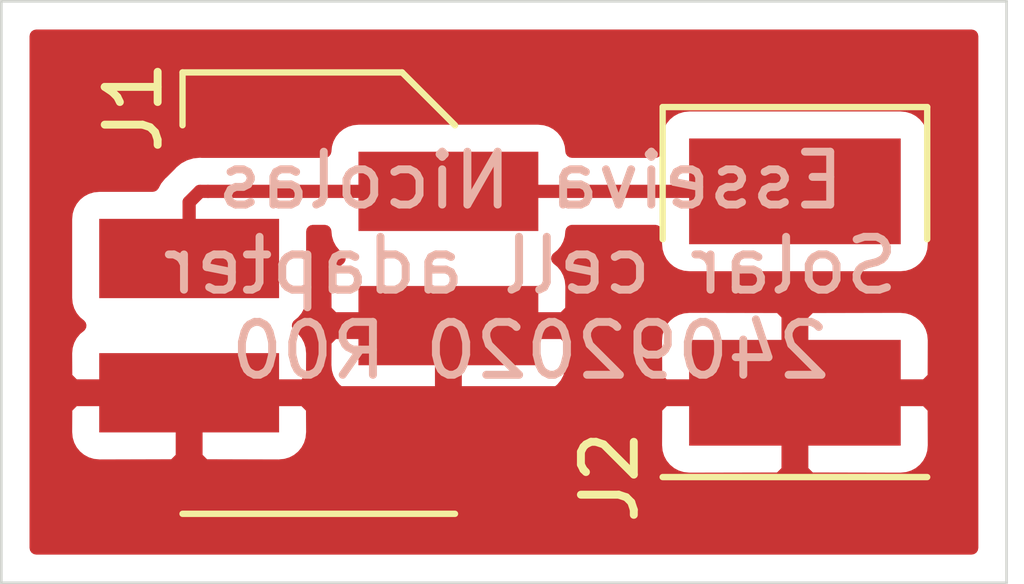
<source format=kicad_pcb>
(kicad_pcb (version 20171130) (host pcbnew "(5.1.6)-1")

  (general
    (thickness 1.6)
    (drawings 5)
    (tracks 9)
    (zones 0)
    (modules 2)
    (nets 3)
  )

  (page A4)
  (layers
    (0 F.Cu signal)
    (31 B.Cu signal)
    (32 B.Adhes user)
    (33 F.Adhes user)
    (34 B.Paste user)
    (35 F.Paste user)
    (36 B.SilkS user)
    (37 F.SilkS user)
    (38 B.Mask user)
    (39 F.Mask user)
    (40 Dwgs.User user)
    (41 Cmts.User user)
    (42 Eco1.User user)
    (43 Eco2.User user)
    (44 Edge.Cuts user)
    (45 Margin user)
    (46 B.CrtYd user)
    (47 F.CrtYd user)
    (48 B.Fab user)
    (49 F.Fab user)
  )

  (setup
    (last_trace_width 0.25)
    (trace_clearance 0.2)
    (zone_clearance 0.508)
    (zone_45_only no)
    (trace_min 0.2)
    (via_size 0.8)
    (via_drill 0.4)
    (via_min_size 0.4)
    (via_min_drill 0.3)
    (uvia_size 0.3)
    (uvia_drill 0.1)
    (uvias_allowed no)
    (uvia_min_size 0.2)
    (uvia_min_drill 0.1)
    (edge_width 0.05)
    (segment_width 0.2)
    (pcb_text_width 0.3)
    (pcb_text_size 1.5 1.5)
    (mod_edge_width 0.12)
    (mod_text_size 1 1)
    (mod_text_width 0.15)
    (pad_size 1.524 1.524)
    (pad_drill 0.762)
    (pad_to_mask_clearance 0.05)
    (aux_axis_origin 0 0)
    (visible_elements 7FFFFFFF)
    (pcbplotparams
      (layerselection 0x011f0_ffffffff)
      (usegerberextensions false)
      (usegerberattributes true)
      (usegerberadvancedattributes true)
      (creategerberjobfile true)
      (excludeedgelayer false)
      (linewidth 0.100000)
      (plotframeref true)
      (viasonmask false)
      (mode 1)
      (useauxorigin false)
      (hpglpennumber 1)
      (hpglpenspeed 20)
      (hpglpendiameter 15.000000)
      (psnegative false)
      (psa4output false)
      (plotreference true)
      (plotvalue true)
      (plotinvisibletext false)
      (padsonsilk false)
      (subtractmaskfromsilk false)
      (outputformat 4)
      (mirror false)
      (drillshape 0)
      (scaleselection 1)
      (outputdirectory "../Fabrication/PDF"))
  )

  (net 0 "")
  (net 1 /GND)
  (net 2 /V+)

  (net_class Default "This is the default net class."
    (clearance 0.2)
    (trace_width 0.25)
    (via_dia 0.8)
    (via_drill 0.4)
    (uvia_dia 0.3)
    (uvia_drill 0.1)
    (add_net /GND)
    (add_net /V+)
  )

  (module EsseivaN_Lib:MicroMatch_4P_Female (layer F.Cu) (tedit 5F61F496) (tstamp 5F6BE19E)
    (at 139 93.5 270)
    (path /5F6C9F0B)
    (fp_text reference J1 (at -3.5 3.5 90) (layer F.SilkS)
      (effects (font (size 1 1) (thickness 0.15)))
    )
    (fp_text value Out (at -0.705 -5.15 90) (layer F.Fab)
      (effects (font (size 1 1) (thickness 0.15)))
    )
    (fp_line (start 4.195 -2.575) (end 4.195 2.575) (layer F.SilkS) (width 0.12))
    (fp_line (start -4.155 -1.575) (end -3.155 -2.575) (layer F.SilkS) (width 0.12))
    (fp_line (start -4.155 2.575) (end -3.155 2.575) (layer F.SilkS) (width 0.12))
    (fp_line (start -4.155 -1.575) (end -4.155 2.575) (layer F.SilkS) (width 0.12))
    (pad 4 smd rect (at 1.905 2.45 90) (size 1.5 3.4) (layers F.Cu F.Paste F.Mask)
      (net 1 /GND))
    (pad 2 smd rect (at -0.635 2.45 90) (size 1.5 3.4) (layers F.Cu F.Paste F.Mask)
      (net 2 /V+))
    (pad 3 smd rect (at 0.635 -2.45 90) (size 1.5 3.4) (layers F.Cu F.Paste F.Mask)
      (net 1 /GND))
    (pad 1 smd rect (at -1.905 -2.45 90) (size 1.5 3.4) (layers F.Cu F.Paste F.Mask)
      (net 2 /V+))
    (model C:/Workspace/3D/Cad/MicroMatch/c-7-188275-4-u-3d.stp
      (offset (xyz 0 0 5.1))
      (scale (xyz 1 1 1))
      (rotate (xyz 0 0 0))
    )
  )

  (module EsseivaN_Lib:WirePad_02 (layer F.Cu) (tedit 5F6BD292) (tstamp 5F6BE91D)
    (at 148 93.5 270)
    (path /5F6BCE8E)
    (fp_text reference J2 (at 3.5 3.5 90) (layer F.SilkS)
      (effects (font (size 1 1) (thickness 0.15)))
    )
    (fp_text value "Solar cell" (at 0 -3.5 90) (layer F.Fab)
      (effects (font (size 1 1) (thickness 0.15)))
    )
    (fp_line (start 3.5 -2.5) (end 3.5 2.5) (layer F.SilkS) (width 0.12))
    (fp_line (start -3.5 -2.5) (end -3.5 2.5) (layer F.SilkS) (width 0.12))
    (fp_line (start -3.5 2.5) (end -1 2.5) (layer F.SilkS) (width 0.12))
    (fp_line (start -3.5 -2.5) (end -1 -2.5) (layer F.SilkS) (width 0.12))
    (pad 2 connect rect (at 1.905 0 270) (size 2 4) (layers F.Cu F.Mask)
      (net 1 /GND))
    (pad 1 connect rect (at -1.905 0 270) (size 2 4) (layers F.Cu F.Mask)
      (net 2 /V+))
  )

  (gr_text "Esseiva Nicolas\nSolar cell adapter\n24092020 R00" (at 143 93) (layer B.SilkS)
    (effects (font (size 1 1) (thickness 0.15)) (justify mirror))
  )
  (gr_line (start 133 99) (end 133 88) (layer Edge.Cuts) (width 0.05))
  (gr_line (start 152 99) (end 133 99) (layer Edge.Cuts) (width 0.05) (tstamp 5F6BE969))
  (gr_line (start 152 88) (end 152 99) (layer Edge.Cuts) (width 0.05))
  (gr_line (start 133 88) (end 152 88) (layer Edge.Cuts) (width 0.05))

  (segment (start 141.45 94.135) (end 141.45 95.4) (width 0.25) (layer F.Cu) (net 1) (status 10))
  (segment (start 141.45 95.4) (end 141.445 95.405) (width 0.25) (layer F.Cu) (net 1))
  (segment (start 136.55 95.405) (end 141.445 95.405) (width 0.25) (layer F.Cu) (net 1) (status 10))
  (segment (start 141.445 95.405) (end 148 95.405) (width 0.25) (layer F.Cu) (net 1) (status 20))
  (segment (start 136.905 91.595) (end 141.45 91.595) (width 0.25) (layer F.Cu) (net 2) (status 20))
  (segment (start 136.55 92.865) (end 136.55 91.8) (width 0.25) (layer F.Cu) (net 2) (status 10))
  (segment (start 136.755 91.595) (end 136.905 91.595) (width 0.25) (layer F.Cu) (net 2))
  (segment (start 136.55 91.8) (end 136.755 91.595) (width 0.25) (layer F.Cu) (net 2))
  (segment (start 141.45 91.595) (end 148 91.595) (width 0.25) (layer F.Cu) (net 2) (status 30))

  (zone (net 1) (net_name /GND) (layer F.Cu) (tstamp 5F85CB3E) (hatch edge 0.508)
    (connect_pads (clearance 0.508))
    (min_thickness 0.254)
    (fill yes (arc_segments 32) (thermal_gap 0.508) (thermal_bridge_width 0.508))
    (polygon
      (pts
        (xy 152 99) (xy 133 99) (xy 133 88) (xy 152 88)
      )
    )
    (filled_polygon
      (pts
        (xy 151.340001 98.34) (xy 133.66 98.34) (xy 133.66 96.155) (xy 134.211928 96.155) (xy 134.224188 96.279482)
        (xy 134.260498 96.39918) (xy 134.319463 96.509494) (xy 134.398815 96.606185) (xy 134.495506 96.685537) (xy 134.60582 96.744502)
        (xy 134.725518 96.780812) (xy 134.85 96.793072) (xy 136.26425 96.79) (xy 136.423 96.63125) (xy 136.423 95.532)
        (xy 136.677 95.532) (xy 136.677 96.63125) (xy 136.83575 96.79) (xy 138.25 96.793072) (xy 138.374482 96.780812)
        (xy 138.49418 96.744502) (xy 138.604494 96.685537) (xy 138.701185 96.606185) (xy 138.780537 96.509494) (xy 138.836391 96.405)
        (xy 145.361928 96.405) (xy 145.374188 96.529482) (xy 145.410498 96.64918) (xy 145.469463 96.759494) (xy 145.548815 96.856185)
        (xy 145.645506 96.935537) (xy 145.75582 96.994502) (xy 145.875518 97.030812) (xy 146 97.043072) (xy 147.71425 97.04)
        (xy 147.873 96.88125) (xy 147.873 95.532) (xy 148.127 95.532) (xy 148.127 96.88125) (xy 148.28575 97.04)
        (xy 150 97.043072) (xy 150.124482 97.030812) (xy 150.24418 96.994502) (xy 150.354494 96.935537) (xy 150.451185 96.856185)
        (xy 150.530537 96.759494) (xy 150.589502 96.64918) (xy 150.625812 96.529482) (xy 150.638072 96.405) (xy 150.635 95.69075)
        (xy 150.47625 95.532) (xy 148.127 95.532) (xy 147.873 95.532) (xy 145.52375 95.532) (xy 145.365 95.69075)
        (xy 145.361928 96.405) (xy 138.836391 96.405) (xy 138.839502 96.39918) (xy 138.875812 96.279482) (xy 138.888072 96.155)
        (xy 138.885 95.69075) (xy 138.72625 95.532) (xy 136.677 95.532) (xy 136.423 95.532) (xy 134.37375 95.532)
        (xy 134.215 95.69075) (xy 134.211928 96.155) (xy 133.66 96.155) (xy 133.66 92.115) (xy 134.211928 92.115)
        (xy 134.211928 93.615) (xy 134.224188 93.739482) (xy 134.260498 93.85918) (xy 134.319463 93.969494) (xy 134.398815 94.066185)
        (xy 134.482667 94.135) (xy 134.398815 94.203815) (xy 134.319463 94.300506) (xy 134.260498 94.41082) (xy 134.224188 94.530518)
        (xy 134.211928 94.655) (xy 134.215 95.11925) (xy 134.37375 95.278) (xy 136.423 95.278) (xy 136.423 95.258)
        (xy 136.677 95.258) (xy 136.677 95.278) (xy 138.72625 95.278) (xy 138.885 95.11925) (xy 138.88655 94.885)
        (xy 139.111928 94.885) (xy 139.124188 95.009482) (xy 139.160498 95.12918) (xy 139.219463 95.239494) (xy 139.298815 95.336185)
        (xy 139.395506 95.415537) (xy 139.50582 95.474502) (xy 139.625518 95.510812) (xy 139.75 95.523072) (xy 141.16425 95.52)
        (xy 141.323 95.36125) (xy 141.323 94.262) (xy 141.577 94.262) (xy 141.577 95.36125) (xy 141.73575 95.52)
        (xy 143.15 95.523072) (xy 143.274482 95.510812) (xy 143.39418 95.474502) (xy 143.504494 95.415537) (xy 143.601185 95.336185)
        (xy 143.680537 95.239494) (xy 143.739502 95.12918) (xy 143.775812 95.009482) (xy 143.788072 94.885) (xy 143.785 94.42075)
        (xy 143.76925 94.405) (xy 145.361928 94.405) (xy 145.365 95.11925) (xy 145.52375 95.278) (xy 147.873 95.278)
        (xy 147.873 93.92875) (xy 148.127 93.92875) (xy 148.127 95.278) (xy 150.47625 95.278) (xy 150.635 95.11925)
        (xy 150.638072 94.405) (xy 150.625812 94.280518) (xy 150.589502 94.16082) (xy 150.530537 94.050506) (xy 150.451185 93.953815)
        (xy 150.354494 93.874463) (xy 150.24418 93.815498) (xy 150.124482 93.779188) (xy 150 93.766928) (xy 148.28575 93.77)
        (xy 148.127 93.92875) (xy 147.873 93.92875) (xy 147.71425 93.77) (xy 146 93.766928) (xy 145.875518 93.779188)
        (xy 145.75582 93.815498) (xy 145.645506 93.874463) (xy 145.548815 93.953815) (xy 145.469463 94.050506) (xy 145.410498 94.16082)
        (xy 145.374188 94.280518) (xy 145.361928 94.405) (xy 143.76925 94.405) (xy 143.62625 94.262) (xy 141.577 94.262)
        (xy 141.323 94.262) (xy 139.27375 94.262) (xy 139.115 94.42075) (xy 139.111928 94.885) (xy 138.88655 94.885)
        (xy 138.888072 94.655) (xy 138.875812 94.530518) (xy 138.839502 94.41082) (xy 138.780537 94.300506) (xy 138.701185 94.203815)
        (xy 138.617333 94.135) (xy 138.701185 94.066185) (xy 138.780537 93.969494) (xy 138.839502 93.85918) (xy 138.875812 93.739482)
        (xy 138.888072 93.615) (xy 138.888072 92.355) (xy 139.112913 92.355) (xy 139.124188 92.469482) (xy 139.160498 92.58918)
        (xy 139.219463 92.699494) (xy 139.298815 92.796185) (xy 139.382667 92.865) (xy 139.298815 92.933815) (xy 139.219463 93.030506)
        (xy 139.160498 93.14082) (xy 139.124188 93.260518) (xy 139.111928 93.385) (xy 139.115 93.84925) (xy 139.27375 94.008)
        (xy 141.323 94.008) (xy 141.323 93.988) (xy 141.577 93.988) (xy 141.577 94.008) (xy 143.62625 94.008)
        (xy 143.785 93.84925) (xy 143.788072 93.385) (xy 143.775812 93.260518) (xy 143.739502 93.14082) (xy 143.680537 93.030506)
        (xy 143.601185 92.933815) (xy 143.517333 92.865) (xy 143.601185 92.796185) (xy 143.680537 92.699494) (xy 143.739502 92.58918)
        (xy 143.775812 92.469482) (xy 143.787087 92.355) (xy 145.361928 92.355) (xy 145.361928 92.595) (xy 145.374188 92.719482)
        (xy 145.410498 92.83918) (xy 145.469463 92.949494) (xy 145.548815 93.046185) (xy 145.645506 93.125537) (xy 145.75582 93.184502)
        (xy 145.875518 93.220812) (xy 146 93.233072) (xy 150 93.233072) (xy 150.124482 93.220812) (xy 150.24418 93.184502)
        (xy 150.354494 93.125537) (xy 150.451185 93.046185) (xy 150.530537 92.949494) (xy 150.589502 92.83918) (xy 150.625812 92.719482)
        (xy 150.638072 92.595) (xy 150.638072 90.595) (xy 150.625812 90.470518) (xy 150.589502 90.35082) (xy 150.530537 90.240506)
        (xy 150.451185 90.143815) (xy 150.354494 90.064463) (xy 150.24418 90.005498) (xy 150.124482 89.969188) (xy 150 89.956928)
        (xy 146 89.956928) (xy 145.875518 89.969188) (xy 145.75582 90.005498) (xy 145.645506 90.064463) (xy 145.548815 90.143815)
        (xy 145.469463 90.240506) (xy 145.410498 90.35082) (xy 145.374188 90.470518) (xy 145.361928 90.595) (xy 145.361928 90.835)
        (xy 143.787087 90.835) (xy 143.775812 90.720518) (xy 143.739502 90.60082) (xy 143.680537 90.490506) (xy 143.601185 90.393815)
        (xy 143.504494 90.314463) (xy 143.39418 90.255498) (xy 143.274482 90.219188) (xy 143.15 90.206928) (xy 139.75 90.206928)
        (xy 139.625518 90.219188) (xy 139.50582 90.255498) (xy 139.395506 90.314463) (xy 139.298815 90.393815) (xy 139.219463 90.490506)
        (xy 139.160498 90.60082) (xy 139.124188 90.720518) (xy 139.112913 90.835) (xy 136.792325 90.835) (xy 136.755 90.831324)
        (xy 136.717675 90.835) (xy 136.717667 90.835) (xy 136.606014 90.845997) (xy 136.462753 90.889454) (xy 136.330724 90.960026)
        (xy 136.214999 91.054999) (xy 136.191196 91.084003) (xy 136.038998 91.236201) (xy 136.01 91.259999) (xy 135.986202 91.288997)
        (xy 135.986201 91.288998) (xy 135.915026 91.375724) (xy 135.860931 91.476928) (xy 134.85 91.476928) (xy 134.725518 91.489188)
        (xy 134.60582 91.525498) (xy 134.495506 91.584463) (xy 134.398815 91.663815) (xy 134.319463 91.760506) (xy 134.260498 91.87082)
        (xy 134.224188 91.990518) (xy 134.211928 92.115) (xy 133.66 92.115) (xy 133.66 88.66) (xy 151.34 88.66)
      )
    )
  )
)

</source>
